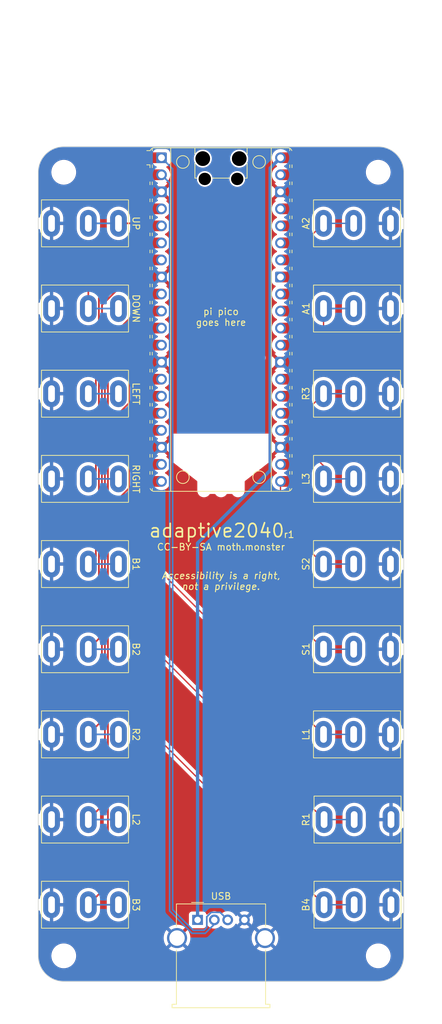
<source format=kicad_pcb>
(kicad_pcb (version 20240108) (generator "pcbnew") (generator_version "8.0")
  (title_block (title "adaptive2040") (date "2024-03-21") (rev "1") (company "moth.monster"))
  (layers (0 "F.Cu" signal) (31 "B.Cu" signal) (34 "B.Paste" user) (35 "F.Paste" user) (36 "B.SilkS" user "B.Silkscreen") (37 "F.SilkS" user "F.Silkscreen") (38 "B.Mask" user) (39 "F.Mask" user) (44 "Edge.Cuts" user))
  (net 0 "")
  (net 1 "VBUS")
  (net 2 "DM")
  (net 3 "DP")
  (net 4 "GND")
  (net 5 "UP")
  (net 6 "DOWN")
  (net 7 "LEFT")
  (net 8 "RIGHT")
  (net 9 "B1")
  (net 10 "B2")
  (net 11 "R2")
  (net 12 "L2")
  (net 13 "B3")
  (net 14 "B4")
  (net 15 "R1")
  (net 16 "L1")
  (net 17 "S1")
  (net 18 "S2")
  (net 19 "L3")
  (net 20 "R3")
  (net 21 "A1")
  (net 22 "A2")
  (footprint "PJ-316:PJ-316" (layer "F.Cu") (at 83.82 200.66)
    (property "Reference" "J10" (hide yes))
    (property "Value" "AudioJack2" (hide yes))
  )
  (footprint "Connector_USB:USB_A_Molex_67643_Horizontal" (layer "F.Cu") (at 100.64 202.92)
    (property "Reference" "J1" (hide yes))
    (property "Value" "USB_A" (hide yes))
  )
  (footprint "PJ-316:PJ-316" (layer "F.Cu") (at 83.82 99.06)
    (property "Reference" "J2" (hide yes))
    (property "Value" "AudioJack2" (hide yes))
  )
  (footprint "MountingHole:MountingHole_3.2mm_M3" (layer "F.Cu") (at 80.645 91.44)
    (property "Reference" "REF11" (hide yes))
    (property "Value" "MountingHole_3.2mm_M3" (hide yes))
  )
  (footprint "PJ-316:PJ-316" (layer "F.Cu") (at 124.46 162.56 180)
    (property "Reference" "J14" (hide yes))
    (property "Value" "AudioJack2" (hide yes))
  )
  (footprint "PJ-316:PJ-316" (layer "F.Cu") (at 124.46 149.86 180)
    (property "Reference" "J15" (hide yes))
    (property "Value" "AudioJack2" (hide yes))
  )
  (footprint "PJ-316:PJ-316" (layer "F.Cu") (at 124.46 99.06 180)
    (property "Reference" "J19" (hide yes))
    (property "Value" "AudioJack2" (hide yes))
  )
  (footprint "MountingHole:MountingHole_3.2mm_M3" (layer "F.Cu") (at 80.645 208.28)
    (property "Reference" "REF13" (hide yes))
    (property "Value" "MountingHole_3.2mm_M3" (hide yes))
  )
  (footprint "PJ-316:PJ-316" (layer "F.Cu") (at 83.82 111.76)
    (property "Reference" "J3" (hide yes))
    (property "Value" "AudioJack2" (hide yes))
  )
  (footprint "PJ-316:PJ-316" (layer "F.Cu") (at 124.54 187.96 180)
    (property "Reference" "J12" (hide yes))
    (property "Value" "AudioJack2" (hide yes))
  )
  (footprint "PJ-316:PJ-316" (layer "F.Cu") (at 83.82 137.16)
    (property "Reference" "J5" (hide yes))
    (property "Value" "AudioJack2" (hide yes))
  )
  (footprint "PJ-316:PJ-316" (layer "F.Cu") (at 124.46 124.46 180)
    (property "Reference" "J17" (hide yes))
    (property "Value" "AudioJack2" (hide yes))
  )
  (footprint "PJ-316:PJ-316" (layer "F.Cu") (at 83.82 124.46)
    (property "Reference" "J4" (hide yes))
    (property "Value" "AudioJack2" (hide yes))
  )
  (footprint "MountingHole:MountingHole_3.2mm_M3" (layer "F.Cu") (at 127.635 208.28)
    (property "Reference" "REF14145235" (hide yes))
    (property "Value" "MountingHole_3.2mm_M3" (hide yes))
  )
  (footprint "PJ-316:PJ-316" (layer "F.Cu") (at 83.82 187.96)
    (property "Reference" "J9" (hide yes))
    (property "Value" "AudioJack2" (hide yes))
  )
  (footprint "PJ-316:PJ-316" (layer "F.Cu") (at 83.82 162.56)
    (property "Reference" "J7" (hide yes))
    (property "Value" "AudioJack2" (hide yes))
  )
  (footprint "PJ-316:PJ-316" (layer "F.Cu") (at 124.46 137.16 180)
    (property "Reference" "J16" (hide yes))
    (property "Value" "AudioJack2" (hide yes))
  )
  (footprint "MountingHole:MountingHole_3.2mm_M3" (layer "F.Cu") (at 127.635 91.44)
    (property "Reference" "REF12" (hide yes))
    (property "Value" "MountingHole_3.2mm_M3" (hide yes))
  )
  (footprint "PJ-316:PJ-316" (layer "F.Cu") (at 83.82 149.86)
    (property "Reference" "J6" (hide yes))
    (property "Value" "AudioJack2" (hide yes))
  )
  (footprint "Module_RaspberryPi_Pico:RaspberryPi_Pico_Common" (layer "F.Cu") (at 104.14 113.4075)
    (property "Reference" "U1" (hide yes))
    (property "Value" "RaspberryPi_Pico" (hide yes))
  )
  (footprint "PJ-316:PJ-316" (layer "F.Cu") (at 83.82 175.26)
    (property "Reference" "J8" (hide yes))
    (property "Value" "AudioJack2" (hide yes))
  )
  (footprint "PJ-316:PJ-316" (layer "F.Cu") (at 124.54 200.66 180)
    (property "Reference" "J11" (hide yes))
    (property "Value" "AudioJack2" (hide yes))
  )
  (footprint "PJ-316:PJ-316" (layer "F.Cu") (at 124.46 175.26 180)
    (property "Reference" "J13" (hide yes))
    (property "Value" "AudioJack2" (hide yes))
  )
  (footprint "PJ-316:PJ-316" (layer "F.Cu") (at 124.46 111.76 180)
    (property "Reference" "J18" (hide yes))
    (property "Value" "AudioJack2" (hide yes))
  )
  (gr_line (start 76.835 208.28) (end 76.835 91.44) (stroke (width 0.1)) (layer "Edge.Cuts"))
  (gr_arc (start 127.635 87.63) (mid 130.329077 88.745923) (end 131.445 91.44) (stroke (width 0.1)) (layer "Edge.Cuts"))
  (gr_arc (start 80.645 212.09) (mid 77.950923 210.974077) (end 76.835 208.28) (stroke (width 0.1)) (layer "Edge.Cuts"))
  (gr_line (start 80.645 87.63) (end 127.635 87.63) (stroke (width 0.1)) (layer "Edge.Cuts"))
  (gr_line (start 127.635 212.09) (end 80.645 212.09) (stroke (width 0.1)) (layer "Edge.Cuts"))
  (gr_arc (start 131.445 208.28) (mid 130.329077 210.974077) (end 127.635 212.09) (stroke (width 0.1)) (layer "Edge.Cuts"))
  (gr_arc (start 76.835 91.44) (mid 77.950923 88.745923) (end 80.645 87.63) (stroke (width 0.1)) (layer "Edge.Cuts"))
  (gr_line (start 131.445 91.44) (end 131.445 208.28) (stroke (width 0.1)) (layer "Edge.Cuts"))
  (gr_text "Accessibility is a right,\nnot a privilege." (at 104.14 152.4 0) (layer "F.SilkS") (effects (font (size 1 1) (thickness 0.15) (italic yes))))
  (gr_text "A1" (at 116.84 111.76 90) (layer "F.SilkS") (effects (font (size 1 1))))
  (gr_text "L3\n" (at 116.84 137.16 90) (layer "F.SilkS") (effects (font (size 1 1))))
  (gr_text "B3" (at 91.44 200.66 270) (layer "F.SilkS") (effects (font (size 1 1))))
  (gr_text "B1" (at 91.44 149.86 270) (layer "F.SilkS") (effects (font (size 1 1))))
  (gr_text "CC-BY-SA moth.monster\n" (at 104.14 147.32 0) (layer "F.SilkS") (effects (font (size 1 1))))
  (gr_text "R3" (at 116.84 124.46 90) (layer "F.SilkS") (effects (font (size 1 1))))
  (gr_text "L2" (at 91.44 187.96 270) (layer "F.SilkS") (effects (font (size 1 1))))
  (gr_text "S2" (at 116.84 149.86 90) (layer "F.SilkS") (effects (font (size 1 1))))
  (gr_text "L1" (at 116.84 175.26 90) (layer "F.SilkS") (effects (font (size 1 1))))
  (gr_text "USB\n" (at 104.14 199.39 0) (layer "F.SilkS") (effects (font (size 1 1))))
  (gr_text "B4" (at 116.84 200.66 90) (layer "F.SilkS") (effects (font (size 1 1))))
  (gr_text "R2" (at 91.44 175.26 270) (layer "F.SilkS") (effects (font (size 1 1))))
  (gr_text "adaptive2040" (at 103.505 146.05 0) (layer "F.SilkS") (effects (font (size 2 2) (thickness 0.25)) (justify bottom)))
  (gr_text "pi pico\ngoes here" (at 104.14 113.03 0) (layer "F.SilkS") (effects (font (size 1 1))))
  (gr_text "DOWN\n" (at 91.44 111.76 270) (layer "F.SilkS") (effects (font (size 1 1))))
  (gr_text "LEFT" (at 91.44 124.46 270) (layer "F.SilkS") (effects (font (size 1 1))))
  (gr_text "S1" (at 116.84 162.56 90) (layer "F.SilkS") (effects (font (size 1 1))))
  (gr_text "B2" (at 91.44 162.56 270) (layer "F.SilkS") (effects (font (size 1 1))))
  (gr_text "r1" (at 114.3 146.05 0) (layer "F.SilkS") (effects (font (size 1 1)) (justify bottom)))
  (gr_text "UP" (at 91.44 99.06 270) (layer "F.SilkS") (effects (font (size 1 1))))
  (gr_text "RIGHT" (at 91.44 137.16 270) (layer "F.SilkS") (effects (font (size 1 1))))
  (gr_text "A2" (at 116.84 99.06 90) (layer "F.SilkS") (effects (font (size 1 1))))
  (gr_text "R1" (at 116.84 187.96 90) (layer "F.SilkS") (effects (font (size 1 1))))
  (segment (start 111.49 135.89) (end 111.49 90.8175) (width 0.5) (layer "B.Cu") (net 1))
  (segment (start 100.64 202.92) (end 100.64 146.74) (width 0.5) (layer "B.Cu") (net 1))
  (segment (start 100.64 146.74) (end 111.49 135.89) (width 0.5) (layer "B.Cu") (net 1))
  (segment (start 111.49 90.8175) (end 113.03 89.2775) (width 0.5) (layer "B.Cu") (net 1))
  (segment (start 96.465 201.581396) (end 96.465 93.0325) (width 0.25) (layer "B.Cu") (net 2))
  (segment (start 103.14 203.566396) (end 101.786396 204.92) (width 0.25) (layer "B.Cu") (net 2))
  (segment (start 99.803604 204.92) (end 96.465 201.581396) (width 0.25) (layer "B.Cu") (net 2))
  (segment (start 96.465 93.0325) (end 95.25 91.8175) (width 0.25) (layer "B.Cu") (net 2))
  (segment (start 101.786396 204.92) (end 99.803604 204.92) (width 0.25) (layer "B.Cu") (net 2))
  (segment (start 103.14 202.92) (end 103.14 203.566396) (width 0.25) (layer "B.Cu") (net 2))
  (segment (start 102.015 204.055) (end 102.015 202.454009) (width 0.25) (layer "B.Cu") (net 3))
  (segment (start 96.915 201.395) (end 99.99 204.47) (width 0.25) (layer "B.Cu") (net 3))
  (segment (start 95.25 89.2775) (end 96.915 90.9425) (width 0.25) (layer "B.Cu") (net 3))
  (segment (start 99.99 204.47) (end 101.6 204.47) (width 0.25) (layer "B.Cu") (net 3))
  (segment (start 104.015 201.795) (end 105.14 202.92) (width 0.25) (layer "B.Cu") (net 3))
  (segment (start 96.915 90.9425) (end 96.915 201.395) (width 0.25) (layer "B.Cu") (net 3))
  (segment (start 101.6 204.47) (end 102.015 204.055) (width 0.25) (layer "B.Cu") (net 3))
  (segment (start 102.015 202.454009) (end 102.674009 201.795) (width 0.25) (layer "B.Cu") (net 3))
  (segment (start 102.674009 201.795) (end 104.015 201.795) (width 0.25) (layer "B.Cu") (net 3))
  (segment (start 94.11863 96.8975) (end 91.95613 99.06) (width 0.25) (layer "F.Cu") (net 5))
  (segment (start 91.95613 99.06) (end 88.82 99.06) (width 0.25) (layer "F.Cu") (net 5))
  (segment (start 95.25 96.8975) (end 94.11863 96.8975) (width 0.25) (layer "F.Cu") (net 5))
  (segment (start 84.32 99.06) (end 88.82 99.06) (width 0.25) (layer "B.Cu") (net 5))
  (segment (start 95.25 99.4375) (end 94.11863 99.4375) (width 0.25) (layer "F.Cu") (net 6))
  (segment (start 94.11863 99.4375) (end 84.32 109.23613) (width 0.25) (layer "F.Cu") (net 6))
  (segment (start 84.32 109.23613) (end 84.32 111.76) (width 0.25) (layer "F.Cu") (net 6))
  (segment (start 84.32 111.76) (end 88.82 111.76) (width 0.25) (layer "B.Cu") (net 6))
  (segment (start 85.445 116.998338) (end 85.445 123.335) (width 0.25) (layer "F.Cu") (net 7))
  (segment (start 94.11863 101.9775) (end 85.895 110.20113) (width 0.25) (layer "F.Cu") (net 7))
  (segment (start 95.25 101.9775) (end 94.11863 101.9775) (width 0.25) (layer "F.Cu") (net 7))
  (segment (start 85.895 110.20113) (end 85.895 116.548338) (width 0.25) (layer "F.Cu") (net 7))
  (segment (start 85.895 116.548338) (end 85.445 116.998338) (width 0.25) (layer "F.Cu") (net 7))
  (segment (start 85.445 123.335) (end 84.32 124.46) (width 0.25) (layer "F.Cu") (net 7))
  (segment (start 84.32 124.46) (end 88.82 124.46) (width 0.25) (layer "B.Cu") (net 7))
  (segment (start 86.36 116.719734) (end 86.36 111.242614) (width 0.25) (layer "F.Cu") (net 8))
  (segment (start 85.445 128.266802) (end 85.895 127.816802) (width 0.25) (layer "F.Cu") (net 8))
  (segment (start 85.895 127.816802) (end 85.895 117.184734) (width 0.25) (layer "F.Cu") (net 8))
  (segment (start 85.895 117.184734) (end 86.36 116.719734) (width 0.25) (layer "F.Cu") (net 8))
  (segment (start 86.36 111.242614) (end 93.085114 104.5175) (width 0.25) (layer "F.Cu") (net 8))
  (segment (start 93.085114 104.5175) (end 95.25 104.5175) (width 0.25) (layer "F.Cu") (net 8))
  (segment (start 84.32 137.16) (end 85.445 136.035) (width 0.25) (layer "F.Cu") (net 8))
  (segment (start 85.445 136.035) (end 85.445 128.266802) (width 0.25) (layer "F.Cu") (net 8))
  (segment (start 84.32 137.16) (end 88.82 137.16) (width 0.25) (layer "B.Cu") (net 8))
  (segment (start 85.895 128.453198) (end 85.895 140.516802) (width 0.25) (layer "F.Cu") (net 9))
  (segment (start 85.445 140.966802) (end 85.445 148.735) (width 0.25) (layer "F.Cu") (net 9))
  (segment (start 95.25 109.5975) (end 94.11863 109.5975) (width 0.25) (layer "F.Cu") (net 9))
  (segment (start 94.11863 109.5975) (end 86.345 117.37113) (width 0.25) (layer "F.Cu") (net 9))
  (segment (start 86.345 128.003198) (end 85.895 128.453198) (width 0.25) (layer "F.Cu") (net 9))
  (segment (start 86.345 117.37113) (end 86.345 128.003198) (width 0.25) (layer "F.Cu") (net 9))
  (segment (start 85.445 148.735) (end 84.32 149.86) (width 0.25) (layer "F.Cu") (net 9))
  (segment (start 85.895 140.516802) (end 85.445 140.966802) (width 0.25) (layer "F.Cu") (net 9))
  (segment (start 84.32 149.86) (end 88.82 149.86) (width 0.25) (layer "B.Cu") (net 9))
  (segment (start 87.888065 118.368065) (end 86.795 119.46113) (width 0.25) (layer "F.Cu") (net 10))
  (segment (start 86.795 119.46113) (end 87.380065 118.876065) (width 0.25) (layer "F.Cu") (net 10))
  (segment (start 87.888065 118.368065) (end 94.11863 112.1375) (width 0.25) (layer "F.Cu") (net 10))
  (segment (start 85.895 141.153198) (end 85.895 160.985) (width 0.25) (layer "F.Cu") (net 10))
  (segment (start 85.895 160.985) (end 84.32 162.56) (width 0.25) (layer "F.Cu") (net 10))
  (segment (start 86.990935 119.257065) (end 86.81 119.438) (width 0.25) (layer "F.Cu") (net 10))
  (segment (start 87.126065 119.130065) (end 87.380065 118.876065) (width 0.25) (layer "F.Cu") (net 10))
  (segment (start 86.795 128.189594) (end 86.345 128.639594) (width 0.25) (layer "F.Cu") (net 10))
  (segment (start 94.11863 112.1375) (end 95.25 112.1375) (width 0.25) (layer "F.Cu") (net 10))
  (segment (start 86.999065 119.257065) (end 86.990935 119.257065) (width 0.25) (layer "F.Cu") (net 10))
  (segment (start 87.380065 118.876065) (end 87.888065 118.368065) (width 0.25) (layer "F.Cu") (net 10))
  (segment (start 87.126065 119.130065) (end 86.81 119.44613) (width 0.25) (layer "F.Cu") (net 10))
  (segment (start 86.795 119.46113) (end 86.795 128.189594) (width 0.25) (layer "F.Cu") (net 10))
  (segment (start 86.345 128.639594) (end 86.345 140.703198) (width 0.25) (layer "F.Cu") (net 10))
  (segment (start 86.345 140.703198) (end 85.895 141.153198) (width 0.25) (layer "F.Cu") (net 10))
  (segment (start 87.126065 119.130065) (end 86.999065 119.257065) (width 0.25) (layer "F.Cu") (net 10))
  (segment (start 84.32 162.56) (end 88.82 162.56) (width 0.25) (layer "B.Cu") (net 10))
  (segment (start 86.345 141.339594) (end 86.795 140.889594) (width 0.25) (layer "F.Cu") (net 11))
  (segment (start 86.795 128.82599) (end 87.245 128.37599) (width 0.25) (layer "F.Cu") (net 11))
  (segment (start 94.11863 114.6775) (end 95.25 114.6775) (width 0.25) (layer "F.Cu") (net 11))
  (segment (start 84.32 175.26) (end 86.345 173.235) (width 0.25) (layer "F.Cu") (net 11))
  (segment (start 86.345 173.235) (end 86.345 141.339594) (width 0.25) (layer "F.Cu") (net 11))
  (segment (start 87.245 121.55113) (end 94.11863 114.6775) (width 0.25) (layer "F.Cu") (net 11))
  (segment (start 86.795 140.889594) (end 86.795 128.82599) (width 0.25) (layer "F.Cu") (net 11))
  (segment (start 87.245 128.37599) (end 87.245 121.55113) (width 0.25) (layer "F.Cu") (net 11))
  (segment (start 84.32 175.26) (end 88.82 175.26) (width 0.25) (layer "B.Cu") (net 11))
  (segment (start 95.25 117.2175) (end 94.1105 117.2175) (width 0.25) (layer "F.Cu") (net 12))
  (segment (start 94.1105 117.2175) (end 90.395 120.933) (width 0.25) (layer "F.Cu") (net 12))
  (segment (start 90.395 120.933) (end 90.395 125.862386) (width 0.25) (layer "F.Cu") (net 12))
  (segment (start 87.245 129.012386) (end 87.245 141.07599) (width 0.25) (layer "F.Cu") (net 12))
  (segment (start 86.795 185.485) (end 84.32 187.96) (width 0.25) (layer "F.Cu") (net 12))
  (segment (start 90.395 125.862386) (end 87.245 129.012386) (width 0.25) (layer "F.Cu") (net 12))
  (segment (start 87.245 141.07599) (end 86.795 141.52599) (width 0.25) (layer "F.Cu") (net 12))
  (segment (start 86.795 141.52599) (end 86.795 185.485) (width 0.25) (layer "F.Cu") (net 12))
  (segment (start 84.32 187.96) (end 88.82 187.96) (width 0.25) (layer "B.Cu") (net 12))
  (segment (start 94.11863 122.2975) (end 90.845 125.57113) (width 0.25) (layer "F.Cu") (net 13))
  (segment (start 95.25 122.2975) (end 94.11863 122.2975) (width 0.25) (layer "F.Cu") (net 13))
  (segment (start 87.245 141.712386) (end 87.245 197.735) (width 0.25) (layer "F.Cu") (net 13))
  (segment (start 90.845 126.048782) (end 90.395 126.498782) (width 0.25) (layer "F.Cu") (net 13))
  (segment (start 90.395 138.562386) (end 87.245 141.712386) (width 0.25) (layer "F.Cu") (net 13))
  (segment (start 90.395 126.498782) (end 90.395 138.562386) (width 0.25) (layer "F.Cu") (net 13))
  (segment (start 87.245 197.735) (end 84.32 200.66) (width 0.25) (layer "F.Cu") (net 13))
  (segment (start 90.845 125.57113) (end 90.845 126.048782) (width 0.25) (layer "F.Cu") (net 13))
  (segment (start 84.32 200.66) (end 88.82 200.66) (width 0.25) (layer "B.Cu") (net 13))
  (segment (start 94.634364 124.8375) (end 90.82 128.651864) (width 0.2) (layer "F.Cu") (net 14))
  (segment (start 95.25 124.8375) (end 94.634364 124.8375) (width 0.2) (layer "F.Cu") (net 14))
  (segment (start 90.82 171.94) (end 119.54 200.66) (width 0.2) (layer "F.Cu") (net 14))
  (segment (start 90.82 128.651864) (end 90.82 171.94) (width 0.2) (layer "F.Cu") (net 14))
  (segment (start 119.54 200.66) (end 124.04 200.66) (width 0.2) (layer "B.Cu") (net 14))
  (segment (start 94.11863 127.3775) (end 91.22 130.27613) (width 0.2) (layer "F.Cu") (net 15))
  (segment (start 91.22 159.64) (end 119.54 187.96) (width 0.2) (layer "F.Cu") (net 15))
  (segment (start 95.25 127.3775) (end 94.11863 127.3775) (width 0.2) (layer "F.Cu") (net 15))
  (segment (start 91.22 130.27613) (end 91.22 159.64) (width 0.2) (layer "F.Cu") (net 15))
  (segment (start 119.54 187.96) (end 124.04 187.96) (width 0.2) (layer "B.Cu") (net 15))
  (segment (start 95.25 129.9175) (end 94.11863 129.9175) (width 0.2) (layer "F.Cu") (net 16))
  (segment (start 94.11863 129.9175) (end 91.62 132.41613) (width 0.2) (layer "F.Cu") (net 16))
  (segment (start 91.62 132.41613) (end 91.62 147.5) (width 0.2) (layer "F.Cu") (net 16))
  (segment (start 119.38 175.26) (end 119.46 175.26) (width 0.2) (layer "F.Cu") (net 16))
  (segment (start 91.62 147.5) (end 119.38 175.26) (width 0.2) (layer "F.Cu") (net 16))
  (segment (start 119.46 175.26) (end 123.96 175.26) (width 0.2) (layer "B.Cu") (net 16))
  (segment (start 113.03 137.5375) (end 113.03 156.13) (width 0.2) (layer "F.Cu") (net 17))
  (segment (start 113.03 156.13) (end 119.46 162.56) (width 0.2) (layer "F.Cu") (net 17))
  (segment (start 119.46 162.56) (end 123.96 162.56) (width 0.2) (layer "B.Cu") (net 17))
  (segment (start 116.84 137.67613) (end 116.84 147.32) (width 0.2) (layer "F.Cu") (net 18))
  (segment (start 113.03 134.9975) (end 114.16137 134.9975) (width 0.2) (layer "F.Cu") (net 18))
  (segment (start 114.16137 134.9975) (end 116.84 137.67613) (width 0.2) (layer "F.Cu") (net 18))
  (segment (start 116.84 147.32) (end 119.38 149.86) (width 0.2) (layer "F.Cu") (net 18))
  (segment (start 119.38 149.86) (end 119.46 149.86) (width 0.2) (layer "F.Cu") (net 18))
  (segment (start 119.46 149.86) (end 123.96 149.86) (width 0.2) (layer "B.Cu") (net 18))
  (segment (start 113.03 129.9175) (end 114.16137 129.9175) (width 0.2) (layer "F.Cu") (net 19))
  (segment (start 114.16137 129.9175) (end 119.46 135.21613) (width 0.2) (layer "F.Cu") (net 19))
  (segment (start 119.46 135.21613) (end 119.46 137.16) (width 0.2) (layer "F.Cu") (net 19))
  (segment (start 119.46 137.16) (end 123.96 137.16) (width 0.2) (layer "B.Cu") (net 19))
  (segment (start 113.03 127.3775) (end 116.5425 127.3775) (width 0.2) (layer "F.Cu") (net 20))
  (segment (start 116.5425 127.3775) (end 119.46 124.46) (width 0.2) (layer "F.Cu") (net 20))
  (segment (start 119.46 124.46) (end 123.96 124.46) (width 0.2) (layer "B.Cu") (net 20))
  (segment (start 114.16137 124.8375) (end 119.46 119.53887) (width 0.2) (layer "F.Cu") (net 21))
  (segment (start 113.03 124.8375) (end 114.16137 124.8375) (width 0.2) (layer "F.Cu") (net 21))
  (segment (start 119.46 119.53887) (end 119.46 111.76) (width 0.2) (layer "F.Cu") (net 21))
  (segment (start 123.96 111.76) (end 119.46 111.76) (width 0.25) (layer "B.Cu") (net 21))
  (segment (start 114.16137 122.2975) (end 116.84 119.61887) (width 0.2) (layer "F.Cu") (net 22))
  (segment (start 116.84 101.68) (end 119.46 99.06) (width 0.2) (layer "F.Cu") (net 22))
  (segment (start 113.03 122.2975) (end 114.16137 122.2975) (width 0.2) (layer "F.Cu") (net 22))
  (segment (start 116.84 119.61887) (end 116.84 101.68) (width 0.2) (layer "F.Cu") (net 22))
  (segment (start 119.46 99.06) (end 123.96 99.06) (width 0.2) (layer "B.Cu") (net 22))
  (zone (net 4) (net_name "GND") (layers "F&B.Cu") (connect_pads (clearance 0.5)) (min_thickness 0.25) (fill yes (thermal_gap 0.5) (thermal_bridge_width 0.5))
    (polygon (pts (xy 71.12 81.28) (xy 137.16 81.28) (xy 137.16 218.44) (xy 71.12 218.44)))
  )
)
</source>
